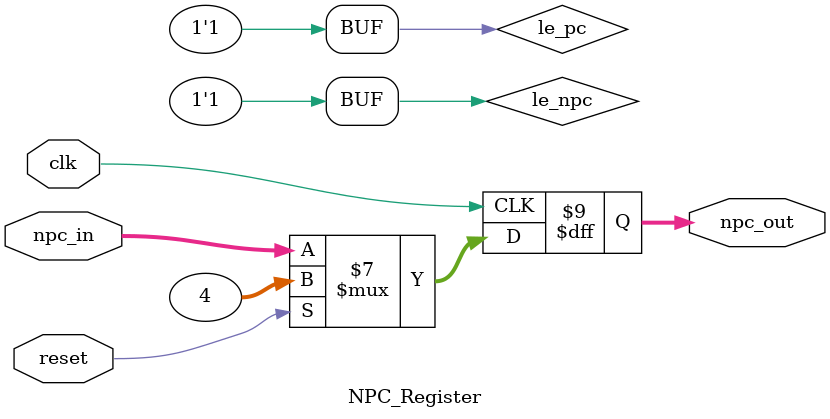
<source format=v>
module NPC_Register (
    input clk,
    input reset,
    input [31:0] npc_in,
    output reg [31:0] npc_out
);
    reg le_pc = 1'b1;
	reg le_npc = 1'b1;

    always @(posedge clk) begin
        if (reset) begin
            npc_out <= 32'b00000000000000000000000000000100;
        end else if (le_npc) begin
            npc_out <= npc_in;
        end
    end

endmodule
</source>
